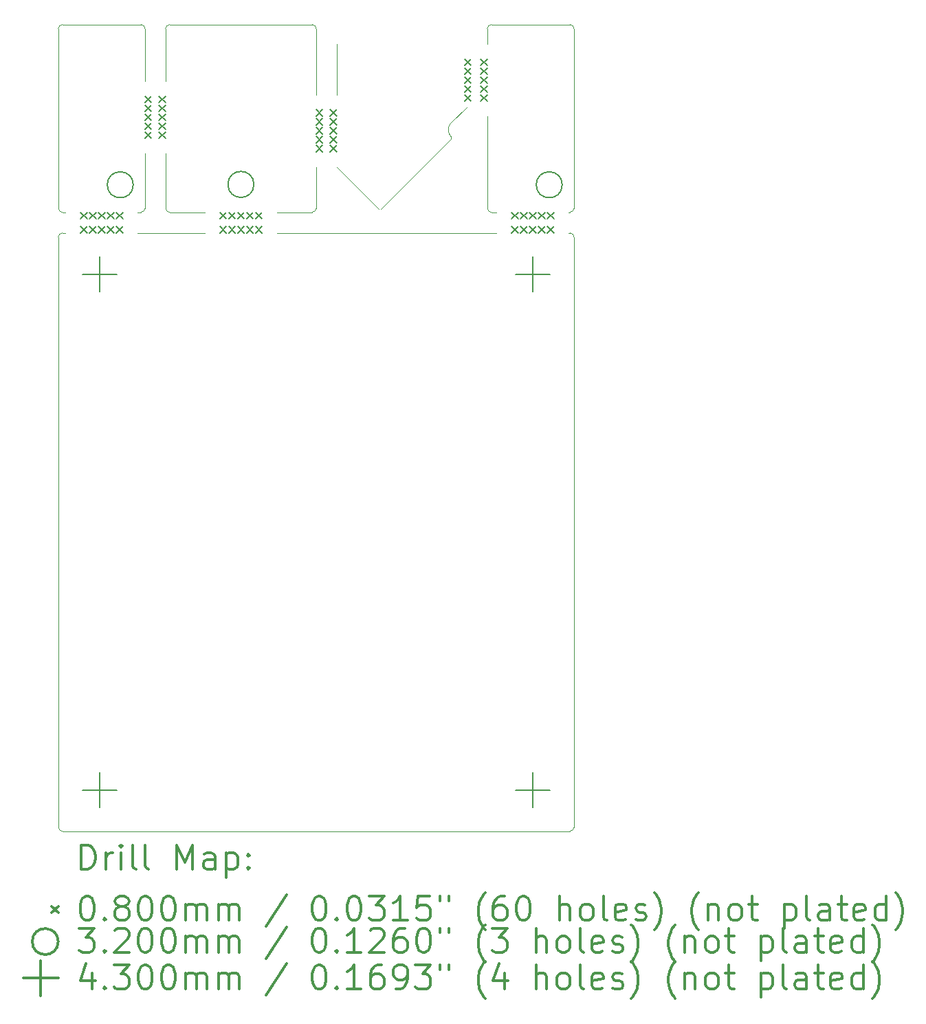
<source format=gbr>
%FSLAX45Y45*%
G04 Gerber Fmt 4.5, Leading zero omitted, Abs format (unit mm)*
G04 Created by KiCad (PCBNEW 5.1.12-84ad8e8a86~92~ubuntu16.04.1) date 2022-12-06 17:34:02*
%MOMM*%
%LPD*%
G01*
G04 APERTURE LIST*
%TA.AperFunction,Profile*%
%ADD10C,0.050000*%
%TD*%
%ADD11C,0.200000*%
%ADD12C,0.300000*%
G04 APERTURE END LIST*
D10*
X16776700Y-5930900D02*
G75*
G02*
X16776700Y-5956300I-12700J-12700D01*
G01*
X15913100Y-6819900D02*
G75*
G02*
X15887700Y-6819900I-12700J12700D01*
G01*
X16776700Y-5930900D02*
G75*
G02*
X16776700Y-5753100I88900J88900D01*
G01*
X16967200Y-5562600D02*
X16776700Y-5753100D01*
X15367000Y-6299200D02*
X15887700Y-6819900D01*
X15913100Y-6819900D02*
X16776700Y-5956300D01*
X11988800Y-14478000D02*
G75*
G02*
X11938000Y-14427200I0J50800D01*
G01*
X18288000Y-14427200D02*
G75*
G02*
X18237200Y-14478000I-50800J0D01*
G01*
X18237200Y-7112000D02*
G75*
G02*
X18288000Y-7162800I0J-50800D01*
G01*
X18288000Y-6807200D02*
G75*
G02*
X18237200Y-6858000I-50800J0D01*
G01*
X17272000Y-6858000D02*
G75*
G02*
X17221200Y-6807200I0J50800D01*
G01*
X18237200Y-4546600D02*
G75*
G02*
X18288000Y-4597400I0J-50800D01*
G01*
X17221200Y-4597400D02*
G75*
G02*
X17272000Y-4546600I50800J0D01*
G01*
X15113000Y-6807200D02*
G75*
G02*
X15062200Y-6858000I-50800J0D01*
G01*
X15062200Y-4546600D02*
G75*
G02*
X15113000Y-4597400I0J-50800D01*
G01*
X13258800Y-4597400D02*
G75*
G02*
X13309600Y-4546600I50800J0D01*
G01*
X13309600Y-6858000D02*
G75*
G02*
X13258800Y-6807200I0J50800D01*
G01*
X13004800Y-6807200D02*
G75*
G02*
X12954000Y-6858000I-50800J0D01*
G01*
X12954000Y-4546600D02*
G75*
G02*
X13004800Y-4597400I0J-50800D01*
G01*
X11938000Y-4597400D02*
G75*
G02*
X11988800Y-4546600I50800J0D01*
G01*
X11938000Y-7162800D02*
G75*
G02*
X11988800Y-7112000I50800J0D01*
G01*
X11988800Y-6858000D02*
G75*
G02*
X11938000Y-6807200I0J50800D01*
G01*
X18224500Y-7112000D02*
X18237200Y-7112000D01*
X17335500Y-6858000D02*
X17272000Y-6858000D01*
X18224500Y-6858000D02*
X18237200Y-6858000D01*
X17221200Y-5676900D02*
X17221200Y-6807200D01*
X18288000Y-4597400D02*
X18288000Y-6807200D01*
X17272000Y-4546600D02*
X18237200Y-4546600D01*
X17221200Y-4787900D02*
X17221200Y-4597400D01*
X12026900Y-7112000D02*
X11988800Y-7112000D01*
X11988800Y-6858000D02*
X12026900Y-6858000D01*
X15367000Y-4787900D02*
X15367000Y-5410200D01*
X15113000Y-4597400D02*
X15113000Y-5410200D01*
X13258800Y-5245100D02*
X13258800Y-4597400D01*
X14630400Y-6858000D02*
X15062200Y-6858000D01*
X13309600Y-6858000D02*
X13741400Y-6858000D01*
X13258800Y-6134100D02*
X13258800Y-6807200D01*
X12915900Y-7112000D02*
X13741400Y-7112000D01*
X13004800Y-6134100D02*
X13004800Y-6807200D01*
X13004800Y-4597400D02*
X13004800Y-5245100D01*
X12915900Y-6858000D02*
X12954000Y-6858000D01*
X14630400Y-7112000D02*
X17335500Y-7112000D01*
X11938000Y-6807200D02*
X11938000Y-4597400D01*
X15113000Y-6299200D02*
X15113000Y-6807200D01*
X13309600Y-4546600D02*
X15062200Y-4546600D01*
X11988800Y-4546600D02*
X12954000Y-4546600D01*
X11938000Y-14427200D02*
X11938000Y-7162800D01*
X18237200Y-14478000D02*
X11988800Y-14478000D01*
X18288000Y-7162800D02*
X18288000Y-14427200D01*
D11*
X12211400Y-6858000D02*
X12291400Y-6938000D01*
X12291400Y-6858000D02*
X12211400Y-6938000D01*
X12211400Y-7032000D02*
X12291400Y-7112000D01*
X12291400Y-7032000D02*
X12211400Y-7112000D01*
X12321400Y-6858000D02*
X12401400Y-6938000D01*
X12401400Y-6858000D02*
X12321400Y-6938000D01*
X12321400Y-7032000D02*
X12401400Y-7112000D01*
X12401400Y-7032000D02*
X12321400Y-7112000D01*
X12431400Y-6858000D02*
X12511400Y-6938000D01*
X12511400Y-6858000D02*
X12431400Y-6938000D01*
X12431400Y-7032000D02*
X12511400Y-7112000D01*
X12511400Y-7032000D02*
X12431400Y-7112000D01*
X12541400Y-6858000D02*
X12621400Y-6938000D01*
X12621400Y-6858000D02*
X12541400Y-6938000D01*
X12541400Y-7032000D02*
X12621400Y-7112000D01*
X12621400Y-7032000D02*
X12541400Y-7112000D01*
X12651400Y-6858000D02*
X12731400Y-6938000D01*
X12731400Y-6858000D02*
X12651400Y-6938000D01*
X12651400Y-7032000D02*
X12731400Y-7112000D01*
X12731400Y-7032000D02*
X12651400Y-7112000D01*
X13004800Y-5429600D02*
X13084800Y-5509600D01*
X13084800Y-5429600D02*
X13004800Y-5509600D01*
X13004800Y-5539600D02*
X13084800Y-5619600D01*
X13084800Y-5539600D02*
X13004800Y-5619600D01*
X13004800Y-5649600D02*
X13084800Y-5729600D01*
X13084800Y-5649600D02*
X13004800Y-5729600D01*
X13004800Y-5759600D02*
X13084800Y-5839600D01*
X13084800Y-5759600D02*
X13004800Y-5839600D01*
X13004800Y-5869600D02*
X13084800Y-5949600D01*
X13084800Y-5869600D02*
X13004800Y-5949600D01*
X13178800Y-5429600D02*
X13258800Y-5509600D01*
X13258800Y-5429600D02*
X13178800Y-5509600D01*
X13178800Y-5539600D02*
X13258800Y-5619600D01*
X13258800Y-5539600D02*
X13178800Y-5619600D01*
X13178800Y-5649600D02*
X13258800Y-5729600D01*
X13258800Y-5649600D02*
X13178800Y-5729600D01*
X13178800Y-5759600D02*
X13258800Y-5839600D01*
X13258800Y-5759600D02*
X13178800Y-5839600D01*
X13178800Y-5869600D02*
X13258800Y-5949600D01*
X13258800Y-5869600D02*
X13178800Y-5949600D01*
X13925900Y-6858000D02*
X14005900Y-6938000D01*
X14005900Y-6858000D02*
X13925900Y-6938000D01*
X13925900Y-7032000D02*
X14005900Y-7112000D01*
X14005900Y-7032000D02*
X13925900Y-7112000D01*
X14035900Y-6858000D02*
X14115900Y-6938000D01*
X14115900Y-6858000D02*
X14035900Y-6938000D01*
X14035900Y-7032000D02*
X14115900Y-7112000D01*
X14115900Y-7032000D02*
X14035900Y-7112000D01*
X14145900Y-6858000D02*
X14225900Y-6938000D01*
X14225900Y-6858000D02*
X14145900Y-6938000D01*
X14145900Y-7032000D02*
X14225900Y-7112000D01*
X14225900Y-7032000D02*
X14145900Y-7112000D01*
X14255900Y-6858000D02*
X14335900Y-6938000D01*
X14335900Y-6858000D02*
X14255900Y-6938000D01*
X14255900Y-7032000D02*
X14335900Y-7112000D01*
X14335900Y-7032000D02*
X14255900Y-7112000D01*
X14365900Y-6858000D02*
X14445900Y-6938000D01*
X14445900Y-6858000D02*
X14365900Y-6938000D01*
X14365900Y-7032000D02*
X14445900Y-7112000D01*
X14445900Y-7032000D02*
X14365900Y-7112000D01*
X15113000Y-5594700D02*
X15193000Y-5674700D01*
X15193000Y-5594700D02*
X15113000Y-5674700D01*
X15113000Y-5704700D02*
X15193000Y-5784700D01*
X15193000Y-5704700D02*
X15113000Y-5784700D01*
X15113000Y-5814700D02*
X15193000Y-5894700D01*
X15193000Y-5814700D02*
X15113000Y-5894700D01*
X15113000Y-5924700D02*
X15193000Y-6004700D01*
X15193000Y-5924700D02*
X15113000Y-6004700D01*
X15113000Y-6034700D02*
X15193000Y-6114700D01*
X15193000Y-6034700D02*
X15113000Y-6114700D01*
X15287000Y-5594700D02*
X15367000Y-5674700D01*
X15367000Y-5594700D02*
X15287000Y-5674700D01*
X15287000Y-5704700D02*
X15367000Y-5784700D01*
X15367000Y-5704700D02*
X15287000Y-5784700D01*
X15287000Y-5814700D02*
X15367000Y-5894700D01*
X15367000Y-5814700D02*
X15287000Y-5894700D01*
X15287000Y-5924700D02*
X15367000Y-6004700D01*
X15367000Y-5924700D02*
X15287000Y-6004700D01*
X15287000Y-6034700D02*
X15367000Y-6114700D01*
X15367000Y-6034700D02*
X15287000Y-6114700D01*
X16941800Y-4972400D02*
X17021800Y-5052400D01*
X17021800Y-4972400D02*
X16941800Y-5052400D01*
X16941800Y-5082400D02*
X17021800Y-5162400D01*
X17021800Y-5082400D02*
X16941800Y-5162400D01*
X16941800Y-5192400D02*
X17021800Y-5272400D01*
X17021800Y-5192400D02*
X16941800Y-5272400D01*
X16941800Y-5302400D02*
X17021800Y-5382400D01*
X17021800Y-5302400D02*
X16941800Y-5382400D01*
X16941800Y-5412400D02*
X17021800Y-5492400D01*
X17021800Y-5412400D02*
X16941800Y-5492400D01*
X17141200Y-4972400D02*
X17221200Y-5052400D01*
X17221200Y-4972400D02*
X17141200Y-5052400D01*
X17141200Y-5082400D02*
X17221200Y-5162400D01*
X17221200Y-5082400D02*
X17141200Y-5162400D01*
X17141200Y-5192400D02*
X17221200Y-5272400D01*
X17221200Y-5192400D02*
X17141200Y-5272400D01*
X17141200Y-5302400D02*
X17221200Y-5382400D01*
X17221200Y-5302400D02*
X17141200Y-5382400D01*
X17141200Y-5412400D02*
X17221200Y-5492400D01*
X17221200Y-5412400D02*
X17141200Y-5492400D01*
X17520000Y-6858000D02*
X17600000Y-6938000D01*
X17600000Y-6858000D02*
X17520000Y-6938000D01*
X17520000Y-7032000D02*
X17600000Y-7112000D01*
X17600000Y-7032000D02*
X17520000Y-7112000D01*
X17630000Y-6858000D02*
X17710000Y-6938000D01*
X17710000Y-6858000D02*
X17630000Y-6938000D01*
X17630000Y-7032000D02*
X17710000Y-7112000D01*
X17710000Y-7032000D02*
X17630000Y-7112000D01*
X17740000Y-6858000D02*
X17820000Y-6938000D01*
X17820000Y-6858000D02*
X17740000Y-6938000D01*
X17740000Y-7032000D02*
X17820000Y-7112000D01*
X17820000Y-7032000D02*
X17740000Y-7112000D01*
X17850000Y-6858000D02*
X17930000Y-6938000D01*
X17930000Y-6858000D02*
X17850000Y-6938000D01*
X17850000Y-7032000D02*
X17930000Y-7112000D01*
X17930000Y-7032000D02*
X17850000Y-7112000D01*
X17960000Y-6858000D02*
X18040000Y-6938000D01*
X18040000Y-6858000D02*
X17960000Y-6938000D01*
X17960000Y-7032000D02*
X18040000Y-7112000D01*
X18040000Y-7032000D02*
X17960000Y-7112000D01*
X12860000Y-6519600D02*
G75*
G03*
X12860000Y-6519600I-160000J0D01*
G01*
X14345900Y-6515100D02*
G75*
G03*
X14345900Y-6515100I-160000J0D01*
G01*
X18143200Y-6519600D02*
G75*
G03*
X18143200Y-6519600I-160000J0D01*
G01*
X12446000Y-7405000D02*
X12446000Y-7835000D01*
X12231000Y-7620000D02*
X12661000Y-7620000D01*
X12446000Y-13755000D02*
X12446000Y-14185000D01*
X12231000Y-13970000D02*
X12661000Y-13970000D01*
X17780000Y-7405000D02*
X17780000Y-7835000D01*
X17565000Y-7620000D02*
X17995000Y-7620000D01*
X17780000Y-13755000D02*
X17780000Y-14185000D01*
X17565000Y-13970000D02*
X17995000Y-13970000D01*
D12*
X12221928Y-14946214D02*
X12221928Y-14646214D01*
X12293357Y-14646214D01*
X12336214Y-14660500D01*
X12364786Y-14689071D01*
X12379071Y-14717643D01*
X12393357Y-14774786D01*
X12393357Y-14817643D01*
X12379071Y-14874786D01*
X12364786Y-14903357D01*
X12336214Y-14931929D01*
X12293357Y-14946214D01*
X12221928Y-14946214D01*
X12521928Y-14946214D02*
X12521928Y-14746214D01*
X12521928Y-14803357D02*
X12536214Y-14774786D01*
X12550500Y-14760500D01*
X12579071Y-14746214D01*
X12607643Y-14746214D01*
X12707643Y-14946214D02*
X12707643Y-14746214D01*
X12707643Y-14646214D02*
X12693357Y-14660500D01*
X12707643Y-14674786D01*
X12721928Y-14660500D01*
X12707643Y-14646214D01*
X12707643Y-14674786D01*
X12893357Y-14946214D02*
X12864786Y-14931929D01*
X12850500Y-14903357D01*
X12850500Y-14646214D01*
X13050500Y-14946214D02*
X13021928Y-14931929D01*
X13007643Y-14903357D01*
X13007643Y-14646214D01*
X13393357Y-14946214D02*
X13393357Y-14646214D01*
X13493357Y-14860500D01*
X13593357Y-14646214D01*
X13593357Y-14946214D01*
X13864786Y-14946214D02*
X13864786Y-14789071D01*
X13850500Y-14760500D01*
X13821928Y-14746214D01*
X13764786Y-14746214D01*
X13736214Y-14760500D01*
X13864786Y-14931929D02*
X13836214Y-14946214D01*
X13764786Y-14946214D01*
X13736214Y-14931929D01*
X13721928Y-14903357D01*
X13721928Y-14874786D01*
X13736214Y-14846214D01*
X13764786Y-14831929D01*
X13836214Y-14831929D01*
X13864786Y-14817643D01*
X14007643Y-14746214D02*
X14007643Y-15046214D01*
X14007643Y-14760500D02*
X14036214Y-14746214D01*
X14093357Y-14746214D01*
X14121928Y-14760500D01*
X14136214Y-14774786D01*
X14150500Y-14803357D01*
X14150500Y-14889071D01*
X14136214Y-14917643D01*
X14121928Y-14931929D01*
X14093357Y-14946214D01*
X14036214Y-14946214D01*
X14007643Y-14931929D01*
X14279071Y-14917643D02*
X14293357Y-14931929D01*
X14279071Y-14946214D01*
X14264786Y-14931929D01*
X14279071Y-14917643D01*
X14279071Y-14946214D01*
X14279071Y-14760500D02*
X14293357Y-14774786D01*
X14279071Y-14789071D01*
X14264786Y-14774786D01*
X14279071Y-14760500D01*
X14279071Y-14789071D01*
X11855500Y-15400500D02*
X11935500Y-15480500D01*
X11935500Y-15400500D02*
X11855500Y-15480500D01*
X12279071Y-15276214D02*
X12307643Y-15276214D01*
X12336214Y-15290500D01*
X12350500Y-15304786D01*
X12364786Y-15333357D01*
X12379071Y-15390500D01*
X12379071Y-15461929D01*
X12364786Y-15519071D01*
X12350500Y-15547643D01*
X12336214Y-15561929D01*
X12307643Y-15576214D01*
X12279071Y-15576214D01*
X12250500Y-15561929D01*
X12236214Y-15547643D01*
X12221928Y-15519071D01*
X12207643Y-15461929D01*
X12207643Y-15390500D01*
X12221928Y-15333357D01*
X12236214Y-15304786D01*
X12250500Y-15290500D01*
X12279071Y-15276214D01*
X12507643Y-15547643D02*
X12521928Y-15561929D01*
X12507643Y-15576214D01*
X12493357Y-15561929D01*
X12507643Y-15547643D01*
X12507643Y-15576214D01*
X12693357Y-15404786D02*
X12664786Y-15390500D01*
X12650500Y-15376214D01*
X12636214Y-15347643D01*
X12636214Y-15333357D01*
X12650500Y-15304786D01*
X12664786Y-15290500D01*
X12693357Y-15276214D01*
X12750500Y-15276214D01*
X12779071Y-15290500D01*
X12793357Y-15304786D01*
X12807643Y-15333357D01*
X12807643Y-15347643D01*
X12793357Y-15376214D01*
X12779071Y-15390500D01*
X12750500Y-15404786D01*
X12693357Y-15404786D01*
X12664786Y-15419071D01*
X12650500Y-15433357D01*
X12636214Y-15461929D01*
X12636214Y-15519071D01*
X12650500Y-15547643D01*
X12664786Y-15561929D01*
X12693357Y-15576214D01*
X12750500Y-15576214D01*
X12779071Y-15561929D01*
X12793357Y-15547643D01*
X12807643Y-15519071D01*
X12807643Y-15461929D01*
X12793357Y-15433357D01*
X12779071Y-15419071D01*
X12750500Y-15404786D01*
X12993357Y-15276214D02*
X13021928Y-15276214D01*
X13050500Y-15290500D01*
X13064786Y-15304786D01*
X13079071Y-15333357D01*
X13093357Y-15390500D01*
X13093357Y-15461929D01*
X13079071Y-15519071D01*
X13064786Y-15547643D01*
X13050500Y-15561929D01*
X13021928Y-15576214D01*
X12993357Y-15576214D01*
X12964786Y-15561929D01*
X12950500Y-15547643D01*
X12936214Y-15519071D01*
X12921928Y-15461929D01*
X12921928Y-15390500D01*
X12936214Y-15333357D01*
X12950500Y-15304786D01*
X12964786Y-15290500D01*
X12993357Y-15276214D01*
X13279071Y-15276214D02*
X13307643Y-15276214D01*
X13336214Y-15290500D01*
X13350500Y-15304786D01*
X13364786Y-15333357D01*
X13379071Y-15390500D01*
X13379071Y-15461929D01*
X13364786Y-15519071D01*
X13350500Y-15547643D01*
X13336214Y-15561929D01*
X13307643Y-15576214D01*
X13279071Y-15576214D01*
X13250500Y-15561929D01*
X13236214Y-15547643D01*
X13221928Y-15519071D01*
X13207643Y-15461929D01*
X13207643Y-15390500D01*
X13221928Y-15333357D01*
X13236214Y-15304786D01*
X13250500Y-15290500D01*
X13279071Y-15276214D01*
X13507643Y-15576214D02*
X13507643Y-15376214D01*
X13507643Y-15404786D02*
X13521928Y-15390500D01*
X13550500Y-15376214D01*
X13593357Y-15376214D01*
X13621928Y-15390500D01*
X13636214Y-15419071D01*
X13636214Y-15576214D01*
X13636214Y-15419071D02*
X13650500Y-15390500D01*
X13679071Y-15376214D01*
X13721928Y-15376214D01*
X13750500Y-15390500D01*
X13764786Y-15419071D01*
X13764786Y-15576214D01*
X13907643Y-15576214D02*
X13907643Y-15376214D01*
X13907643Y-15404786D02*
X13921928Y-15390500D01*
X13950500Y-15376214D01*
X13993357Y-15376214D01*
X14021928Y-15390500D01*
X14036214Y-15419071D01*
X14036214Y-15576214D01*
X14036214Y-15419071D02*
X14050500Y-15390500D01*
X14079071Y-15376214D01*
X14121928Y-15376214D01*
X14150500Y-15390500D01*
X14164786Y-15419071D01*
X14164786Y-15576214D01*
X14750500Y-15261929D02*
X14493357Y-15647643D01*
X15136214Y-15276214D02*
X15164786Y-15276214D01*
X15193357Y-15290500D01*
X15207643Y-15304786D01*
X15221928Y-15333357D01*
X15236214Y-15390500D01*
X15236214Y-15461929D01*
X15221928Y-15519071D01*
X15207643Y-15547643D01*
X15193357Y-15561929D01*
X15164786Y-15576214D01*
X15136214Y-15576214D01*
X15107643Y-15561929D01*
X15093357Y-15547643D01*
X15079071Y-15519071D01*
X15064786Y-15461929D01*
X15064786Y-15390500D01*
X15079071Y-15333357D01*
X15093357Y-15304786D01*
X15107643Y-15290500D01*
X15136214Y-15276214D01*
X15364786Y-15547643D02*
X15379071Y-15561929D01*
X15364786Y-15576214D01*
X15350500Y-15561929D01*
X15364786Y-15547643D01*
X15364786Y-15576214D01*
X15564786Y-15276214D02*
X15593357Y-15276214D01*
X15621928Y-15290500D01*
X15636214Y-15304786D01*
X15650500Y-15333357D01*
X15664786Y-15390500D01*
X15664786Y-15461929D01*
X15650500Y-15519071D01*
X15636214Y-15547643D01*
X15621928Y-15561929D01*
X15593357Y-15576214D01*
X15564786Y-15576214D01*
X15536214Y-15561929D01*
X15521928Y-15547643D01*
X15507643Y-15519071D01*
X15493357Y-15461929D01*
X15493357Y-15390500D01*
X15507643Y-15333357D01*
X15521928Y-15304786D01*
X15536214Y-15290500D01*
X15564786Y-15276214D01*
X15764786Y-15276214D02*
X15950500Y-15276214D01*
X15850500Y-15390500D01*
X15893357Y-15390500D01*
X15921928Y-15404786D01*
X15936214Y-15419071D01*
X15950500Y-15447643D01*
X15950500Y-15519071D01*
X15936214Y-15547643D01*
X15921928Y-15561929D01*
X15893357Y-15576214D01*
X15807643Y-15576214D01*
X15779071Y-15561929D01*
X15764786Y-15547643D01*
X16236214Y-15576214D02*
X16064786Y-15576214D01*
X16150500Y-15576214D02*
X16150500Y-15276214D01*
X16121928Y-15319071D01*
X16093357Y-15347643D01*
X16064786Y-15361929D01*
X16507643Y-15276214D02*
X16364786Y-15276214D01*
X16350500Y-15419071D01*
X16364786Y-15404786D01*
X16393357Y-15390500D01*
X16464786Y-15390500D01*
X16493357Y-15404786D01*
X16507643Y-15419071D01*
X16521928Y-15447643D01*
X16521928Y-15519071D01*
X16507643Y-15547643D01*
X16493357Y-15561929D01*
X16464786Y-15576214D01*
X16393357Y-15576214D01*
X16364786Y-15561929D01*
X16350500Y-15547643D01*
X16636214Y-15276214D02*
X16636214Y-15333357D01*
X16750500Y-15276214D02*
X16750500Y-15333357D01*
X17193357Y-15690500D02*
X17179071Y-15676214D01*
X17150500Y-15633357D01*
X17136214Y-15604786D01*
X17121928Y-15561929D01*
X17107643Y-15490500D01*
X17107643Y-15433357D01*
X17121928Y-15361929D01*
X17136214Y-15319071D01*
X17150500Y-15290500D01*
X17179071Y-15247643D01*
X17193357Y-15233357D01*
X17436214Y-15276214D02*
X17379071Y-15276214D01*
X17350500Y-15290500D01*
X17336214Y-15304786D01*
X17307643Y-15347643D01*
X17293357Y-15404786D01*
X17293357Y-15519071D01*
X17307643Y-15547643D01*
X17321928Y-15561929D01*
X17350500Y-15576214D01*
X17407643Y-15576214D01*
X17436214Y-15561929D01*
X17450500Y-15547643D01*
X17464786Y-15519071D01*
X17464786Y-15447643D01*
X17450500Y-15419071D01*
X17436214Y-15404786D01*
X17407643Y-15390500D01*
X17350500Y-15390500D01*
X17321928Y-15404786D01*
X17307643Y-15419071D01*
X17293357Y-15447643D01*
X17650500Y-15276214D02*
X17679071Y-15276214D01*
X17707643Y-15290500D01*
X17721928Y-15304786D01*
X17736214Y-15333357D01*
X17750500Y-15390500D01*
X17750500Y-15461929D01*
X17736214Y-15519071D01*
X17721928Y-15547643D01*
X17707643Y-15561929D01*
X17679071Y-15576214D01*
X17650500Y-15576214D01*
X17621928Y-15561929D01*
X17607643Y-15547643D01*
X17593357Y-15519071D01*
X17579071Y-15461929D01*
X17579071Y-15390500D01*
X17593357Y-15333357D01*
X17607643Y-15304786D01*
X17621928Y-15290500D01*
X17650500Y-15276214D01*
X18107643Y-15576214D02*
X18107643Y-15276214D01*
X18236214Y-15576214D02*
X18236214Y-15419071D01*
X18221928Y-15390500D01*
X18193357Y-15376214D01*
X18150500Y-15376214D01*
X18121928Y-15390500D01*
X18107643Y-15404786D01*
X18421928Y-15576214D02*
X18393357Y-15561929D01*
X18379071Y-15547643D01*
X18364786Y-15519071D01*
X18364786Y-15433357D01*
X18379071Y-15404786D01*
X18393357Y-15390500D01*
X18421928Y-15376214D01*
X18464786Y-15376214D01*
X18493357Y-15390500D01*
X18507643Y-15404786D01*
X18521928Y-15433357D01*
X18521928Y-15519071D01*
X18507643Y-15547643D01*
X18493357Y-15561929D01*
X18464786Y-15576214D01*
X18421928Y-15576214D01*
X18693357Y-15576214D02*
X18664786Y-15561929D01*
X18650500Y-15533357D01*
X18650500Y-15276214D01*
X18921928Y-15561929D02*
X18893357Y-15576214D01*
X18836214Y-15576214D01*
X18807643Y-15561929D01*
X18793357Y-15533357D01*
X18793357Y-15419071D01*
X18807643Y-15390500D01*
X18836214Y-15376214D01*
X18893357Y-15376214D01*
X18921928Y-15390500D01*
X18936214Y-15419071D01*
X18936214Y-15447643D01*
X18793357Y-15476214D01*
X19050500Y-15561929D02*
X19079071Y-15576214D01*
X19136214Y-15576214D01*
X19164786Y-15561929D01*
X19179071Y-15533357D01*
X19179071Y-15519071D01*
X19164786Y-15490500D01*
X19136214Y-15476214D01*
X19093357Y-15476214D01*
X19064786Y-15461929D01*
X19050500Y-15433357D01*
X19050500Y-15419071D01*
X19064786Y-15390500D01*
X19093357Y-15376214D01*
X19136214Y-15376214D01*
X19164786Y-15390500D01*
X19279071Y-15690500D02*
X19293357Y-15676214D01*
X19321928Y-15633357D01*
X19336214Y-15604786D01*
X19350500Y-15561929D01*
X19364786Y-15490500D01*
X19364786Y-15433357D01*
X19350500Y-15361929D01*
X19336214Y-15319071D01*
X19321928Y-15290500D01*
X19293357Y-15247643D01*
X19279071Y-15233357D01*
X19821928Y-15690500D02*
X19807643Y-15676214D01*
X19779071Y-15633357D01*
X19764786Y-15604786D01*
X19750500Y-15561929D01*
X19736214Y-15490500D01*
X19736214Y-15433357D01*
X19750500Y-15361929D01*
X19764786Y-15319071D01*
X19779071Y-15290500D01*
X19807643Y-15247643D01*
X19821928Y-15233357D01*
X19936214Y-15376214D02*
X19936214Y-15576214D01*
X19936214Y-15404786D02*
X19950500Y-15390500D01*
X19979071Y-15376214D01*
X20021928Y-15376214D01*
X20050500Y-15390500D01*
X20064786Y-15419071D01*
X20064786Y-15576214D01*
X20250500Y-15576214D02*
X20221928Y-15561929D01*
X20207643Y-15547643D01*
X20193357Y-15519071D01*
X20193357Y-15433357D01*
X20207643Y-15404786D01*
X20221928Y-15390500D01*
X20250500Y-15376214D01*
X20293357Y-15376214D01*
X20321928Y-15390500D01*
X20336214Y-15404786D01*
X20350500Y-15433357D01*
X20350500Y-15519071D01*
X20336214Y-15547643D01*
X20321928Y-15561929D01*
X20293357Y-15576214D01*
X20250500Y-15576214D01*
X20436214Y-15376214D02*
X20550500Y-15376214D01*
X20479071Y-15276214D02*
X20479071Y-15533357D01*
X20493357Y-15561929D01*
X20521928Y-15576214D01*
X20550500Y-15576214D01*
X20879071Y-15376214D02*
X20879071Y-15676214D01*
X20879071Y-15390500D02*
X20907643Y-15376214D01*
X20964786Y-15376214D01*
X20993357Y-15390500D01*
X21007643Y-15404786D01*
X21021928Y-15433357D01*
X21021928Y-15519071D01*
X21007643Y-15547643D01*
X20993357Y-15561929D01*
X20964786Y-15576214D01*
X20907643Y-15576214D01*
X20879071Y-15561929D01*
X21193357Y-15576214D02*
X21164786Y-15561929D01*
X21150500Y-15533357D01*
X21150500Y-15276214D01*
X21436214Y-15576214D02*
X21436214Y-15419071D01*
X21421928Y-15390500D01*
X21393357Y-15376214D01*
X21336214Y-15376214D01*
X21307643Y-15390500D01*
X21436214Y-15561929D02*
X21407643Y-15576214D01*
X21336214Y-15576214D01*
X21307643Y-15561929D01*
X21293357Y-15533357D01*
X21293357Y-15504786D01*
X21307643Y-15476214D01*
X21336214Y-15461929D01*
X21407643Y-15461929D01*
X21436214Y-15447643D01*
X21536214Y-15376214D02*
X21650500Y-15376214D01*
X21579071Y-15276214D02*
X21579071Y-15533357D01*
X21593357Y-15561929D01*
X21621928Y-15576214D01*
X21650500Y-15576214D01*
X21864786Y-15561929D02*
X21836214Y-15576214D01*
X21779071Y-15576214D01*
X21750500Y-15561929D01*
X21736214Y-15533357D01*
X21736214Y-15419071D01*
X21750500Y-15390500D01*
X21779071Y-15376214D01*
X21836214Y-15376214D01*
X21864786Y-15390500D01*
X21879071Y-15419071D01*
X21879071Y-15447643D01*
X21736214Y-15476214D01*
X22136214Y-15576214D02*
X22136214Y-15276214D01*
X22136214Y-15561929D02*
X22107643Y-15576214D01*
X22050500Y-15576214D01*
X22021928Y-15561929D01*
X22007643Y-15547643D01*
X21993357Y-15519071D01*
X21993357Y-15433357D01*
X22007643Y-15404786D01*
X22021928Y-15390500D01*
X22050500Y-15376214D01*
X22107643Y-15376214D01*
X22136214Y-15390500D01*
X22250500Y-15690500D02*
X22264786Y-15676214D01*
X22293357Y-15633357D01*
X22307643Y-15604786D01*
X22321928Y-15561929D01*
X22336214Y-15490500D01*
X22336214Y-15433357D01*
X22321928Y-15361929D01*
X22307643Y-15319071D01*
X22293357Y-15290500D01*
X22264786Y-15247643D01*
X22250500Y-15233357D01*
X11935500Y-15836500D02*
G75*
G03*
X11935500Y-15836500I-160000J0D01*
G01*
X12193357Y-15672214D02*
X12379071Y-15672214D01*
X12279071Y-15786500D01*
X12321928Y-15786500D01*
X12350500Y-15800786D01*
X12364786Y-15815071D01*
X12379071Y-15843643D01*
X12379071Y-15915071D01*
X12364786Y-15943643D01*
X12350500Y-15957929D01*
X12321928Y-15972214D01*
X12236214Y-15972214D01*
X12207643Y-15957929D01*
X12193357Y-15943643D01*
X12507643Y-15943643D02*
X12521928Y-15957929D01*
X12507643Y-15972214D01*
X12493357Y-15957929D01*
X12507643Y-15943643D01*
X12507643Y-15972214D01*
X12636214Y-15700786D02*
X12650500Y-15686500D01*
X12679071Y-15672214D01*
X12750500Y-15672214D01*
X12779071Y-15686500D01*
X12793357Y-15700786D01*
X12807643Y-15729357D01*
X12807643Y-15757929D01*
X12793357Y-15800786D01*
X12621928Y-15972214D01*
X12807643Y-15972214D01*
X12993357Y-15672214D02*
X13021928Y-15672214D01*
X13050500Y-15686500D01*
X13064786Y-15700786D01*
X13079071Y-15729357D01*
X13093357Y-15786500D01*
X13093357Y-15857929D01*
X13079071Y-15915071D01*
X13064786Y-15943643D01*
X13050500Y-15957929D01*
X13021928Y-15972214D01*
X12993357Y-15972214D01*
X12964786Y-15957929D01*
X12950500Y-15943643D01*
X12936214Y-15915071D01*
X12921928Y-15857929D01*
X12921928Y-15786500D01*
X12936214Y-15729357D01*
X12950500Y-15700786D01*
X12964786Y-15686500D01*
X12993357Y-15672214D01*
X13279071Y-15672214D02*
X13307643Y-15672214D01*
X13336214Y-15686500D01*
X13350500Y-15700786D01*
X13364786Y-15729357D01*
X13379071Y-15786500D01*
X13379071Y-15857929D01*
X13364786Y-15915071D01*
X13350500Y-15943643D01*
X13336214Y-15957929D01*
X13307643Y-15972214D01*
X13279071Y-15972214D01*
X13250500Y-15957929D01*
X13236214Y-15943643D01*
X13221928Y-15915071D01*
X13207643Y-15857929D01*
X13207643Y-15786500D01*
X13221928Y-15729357D01*
X13236214Y-15700786D01*
X13250500Y-15686500D01*
X13279071Y-15672214D01*
X13507643Y-15972214D02*
X13507643Y-15772214D01*
X13507643Y-15800786D02*
X13521928Y-15786500D01*
X13550500Y-15772214D01*
X13593357Y-15772214D01*
X13621928Y-15786500D01*
X13636214Y-15815071D01*
X13636214Y-15972214D01*
X13636214Y-15815071D02*
X13650500Y-15786500D01*
X13679071Y-15772214D01*
X13721928Y-15772214D01*
X13750500Y-15786500D01*
X13764786Y-15815071D01*
X13764786Y-15972214D01*
X13907643Y-15972214D02*
X13907643Y-15772214D01*
X13907643Y-15800786D02*
X13921928Y-15786500D01*
X13950500Y-15772214D01*
X13993357Y-15772214D01*
X14021928Y-15786500D01*
X14036214Y-15815071D01*
X14036214Y-15972214D01*
X14036214Y-15815071D02*
X14050500Y-15786500D01*
X14079071Y-15772214D01*
X14121928Y-15772214D01*
X14150500Y-15786500D01*
X14164786Y-15815071D01*
X14164786Y-15972214D01*
X14750500Y-15657929D02*
X14493357Y-16043643D01*
X15136214Y-15672214D02*
X15164786Y-15672214D01*
X15193357Y-15686500D01*
X15207643Y-15700786D01*
X15221928Y-15729357D01*
X15236214Y-15786500D01*
X15236214Y-15857929D01*
X15221928Y-15915071D01*
X15207643Y-15943643D01*
X15193357Y-15957929D01*
X15164786Y-15972214D01*
X15136214Y-15972214D01*
X15107643Y-15957929D01*
X15093357Y-15943643D01*
X15079071Y-15915071D01*
X15064786Y-15857929D01*
X15064786Y-15786500D01*
X15079071Y-15729357D01*
X15093357Y-15700786D01*
X15107643Y-15686500D01*
X15136214Y-15672214D01*
X15364786Y-15943643D02*
X15379071Y-15957929D01*
X15364786Y-15972214D01*
X15350500Y-15957929D01*
X15364786Y-15943643D01*
X15364786Y-15972214D01*
X15664786Y-15972214D02*
X15493357Y-15972214D01*
X15579071Y-15972214D02*
X15579071Y-15672214D01*
X15550500Y-15715071D01*
X15521928Y-15743643D01*
X15493357Y-15757929D01*
X15779071Y-15700786D02*
X15793357Y-15686500D01*
X15821928Y-15672214D01*
X15893357Y-15672214D01*
X15921928Y-15686500D01*
X15936214Y-15700786D01*
X15950500Y-15729357D01*
X15950500Y-15757929D01*
X15936214Y-15800786D01*
X15764786Y-15972214D01*
X15950500Y-15972214D01*
X16207643Y-15672214D02*
X16150500Y-15672214D01*
X16121928Y-15686500D01*
X16107643Y-15700786D01*
X16079071Y-15743643D01*
X16064786Y-15800786D01*
X16064786Y-15915071D01*
X16079071Y-15943643D01*
X16093357Y-15957929D01*
X16121928Y-15972214D01*
X16179071Y-15972214D01*
X16207643Y-15957929D01*
X16221928Y-15943643D01*
X16236214Y-15915071D01*
X16236214Y-15843643D01*
X16221928Y-15815071D01*
X16207643Y-15800786D01*
X16179071Y-15786500D01*
X16121928Y-15786500D01*
X16093357Y-15800786D01*
X16079071Y-15815071D01*
X16064786Y-15843643D01*
X16421928Y-15672214D02*
X16450500Y-15672214D01*
X16479071Y-15686500D01*
X16493357Y-15700786D01*
X16507643Y-15729357D01*
X16521928Y-15786500D01*
X16521928Y-15857929D01*
X16507643Y-15915071D01*
X16493357Y-15943643D01*
X16479071Y-15957929D01*
X16450500Y-15972214D01*
X16421928Y-15972214D01*
X16393357Y-15957929D01*
X16379071Y-15943643D01*
X16364786Y-15915071D01*
X16350500Y-15857929D01*
X16350500Y-15786500D01*
X16364786Y-15729357D01*
X16379071Y-15700786D01*
X16393357Y-15686500D01*
X16421928Y-15672214D01*
X16636214Y-15672214D02*
X16636214Y-15729357D01*
X16750500Y-15672214D02*
X16750500Y-15729357D01*
X17193357Y-16086500D02*
X17179071Y-16072214D01*
X17150500Y-16029357D01*
X17136214Y-16000786D01*
X17121928Y-15957929D01*
X17107643Y-15886500D01*
X17107643Y-15829357D01*
X17121928Y-15757929D01*
X17136214Y-15715071D01*
X17150500Y-15686500D01*
X17179071Y-15643643D01*
X17193357Y-15629357D01*
X17279071Y-15672214D02*
X17464786Y-15672214D01*
X17364786Y-15786500D01*
X17407643Y-15786500D01*
X17436214Y-15800786D01*
X17450500Y-15815071D01*
X17464786Y-15843643D01*
X17464786Y-15915071D01*
X17450500Y-15943643D01*
X17436214Y-15957929D01*
X17407643Y-15972214D01*
X17321928Y-15972214D01*
X17293357Y-15957929D01*
X17279071Y-15943643D01*
X17821928Y-15972214D02*
X17821928Y-15672214D01*
X17950500Y-15972214D02*
X17950500Y-15815071D01*
X17936214Y-15786500D01*
X17907643Y-15772214D01*
X17864786Y-15772214D01*
X17836214Y-15786500D01*
X17821928Y-15800786D01*
X18136214Y-15972214D02*
X18107643Y-15957929D01*
X18093357Y-15943643D01*
X18079071Y-15915071D01*
X18079071Y-15829357D01*
X18093357Y-15800786D01*
X18107643Y-15786500D01*
X18136214Y-15772214D01*
X18179071Y-15772214D01*
X18207643Y-15786500D01*
X18221928Y-15800786D01*
X18236214Y-15829357D01*
X18236214Y-15915071D01*
X18221928Y-15943643D01*
X18207643Y-15957929D01*
X18179071Y-15972214D01*
X18136214Y-15972214D01*
X18407643Y-15972214D02*
X18379071Y-15957929D01*
X18364786Y-15929357D01*
X18364786Y-15672214D01*
X18636214Y-15957929D02*
X18607643Y-15972214D01*
X18550500Y-15972214D01*
X18521928Y-15957929D01*
X18507643Y-15929357D01*
X18507643Y-15815071D01*
X18521928Y-15786500D01*
X18550500Y-15772214D01*
X18607643Y-15772214D01*
X18636214Y-15786500D01*
X18650500Y-15815071D01*
X18650500Y-15843643D01*
X18507643Y-15872214D01*
X18764786Y-15957929D02*
X18793357Y-15972214D01*
X18850500Y-15972214D01*
X18879071Y-15957929D01*
X18893357Y-15929357D01*
X18893357Y-15915071D01*
X18879071Y-15886500D01*
X18850500Y-15872214D01*
X18807643Y-15872214D01*
X18779071Y-15857929D01*
X18764786Y-15829357D01*
X18764786Y-15815071D01*
X18779071Y-15786500D01*
X18807643Y-15772214D01*
X18850500Y-15772214D01*
X18879071Y-15786500D01*
X18993357Y-16086500D02*
X19007643Y-16072214D01*
X19036214Y-16029357D01*
X19050500Y-16000786D01*
X19064786Y-15957929D01*
X19079071Y-15886500D01*
X19079071Y-15829357D01*
X19064786Y-15757929D01*
X19050500Y-15715071D01*
X19036214Y-15686500D01*
X19007643Y-15643643D01*
X18993357Y-15629357D01*
X19536214Y-16086500D02*
X19521928Y-16072214D01*
X19493357Y-16029357D01*
X19479071Y-16000786D01*
X19464786Y-15957929D01*
X19450500Y-15886500D01*
X19450500Y-15829357D01*
X19464786Y-15757929D01*
X19479071Y-15715071D01*
X19493357Y-15686500D01*
X19521928Y-15643643D01*
X19536214Y-15629357D01*
X19650500Y-15772214D02*
X19650500Y-15972214D01*
X19650500Y-15800786D02*
X19664786Y-15786500D01*
X19693357Y-15772214D01*
X19736214Y-15772214D01*
X19764786Y-15786500D01*
X19779071Y-15815071D01*
X19779071Y-15972214D01*
X19964786Y-15972214D02*
X19936214Y-15957929D01*
X19921928Y-15943643D01*
X19907643Y-15915071D01*
X19907643Y-15829357D01*
X19921928Y-15800786D01*
X19936214Y-15786500D01*
X19964786Y-15772214D01*
X20007643Y-15772214D01*
X20036214Y-15786500D01*
X20050500Y-15800786D01*
X20064786Y-15829357D01*
X20064786Y-15915071D01*
X20050500Y-15943643D01*
X20036214Y-15957929D01*
X20007643Y-15972214D01*
X19964786Y-15972214D01*
X20150500Y-15772214D02*
X20264786Y-15772214D01*
X20193357Y-15672214D02*
X20193357Y-15929357D01*
X20207643Y-15957929D01*
X20236214Y-15972214D01*
X20264786Y-15972214D01*
X20593357Y-15772214D02*
X20593357Y-16072214D01*
X20593357Y-15786500D02*
X20621928Y-15772214D01*
X20679071Y-15772214D01*
X20707643Y-15786500D01*
X20721928Y-15800786D01*
X20736214Y-15829357D01*
X20736214Y-15915071D01*
X20721928Y-15943643D01*
X20707643Y-15957929D01*
X20679071Y-15972214D01*
X20621928Y-15972214D01*
X20593357Y-15957929D01*
X20907643Y-15972214D02*
X20879071Y-15957929D01*
X20864786Y-15929357D01*
X20864786Y-15672214D01*
X21150500Y-15972214D02*
X21150500Y-15815071D01*
X21136214Y-15786500D01*
X21107643Y-15772214D01*
X21050500Y-15772214D01*
X21021928Y-15786500D01*
X21150500Y-15957929D02*
X21121928Y-15972214D01*
X21050500Y-15972214D01*
X21021928Y-15957929D01*
X21007643Y-15929357D01*
X21007643Y-15900786D01*
X21021928Y-15872214D01*
X21050500Y-15857929D01*
X21121928Y-15857929D01*
X21150500Y-15843643D01*
X21250500Y-15772214D02*
X21364786Y-15772214D01*
X21293357Y-15672214D02*
X21293357Y-15929357D01*
X21307643Y-15957929D01*
X21336214Y-15972214D01*
X21364786Y-15972214D01*
X21579071Y-15957929D02*
X21550500Y-15972214D01*
X21493357Y-15972214D01*
X21464786Y-15957929D01*
X21450500Y-15929357D01*
X21450500Y-15815071D01*
X21464786Y-15786500D01*
X21493357Y-15772214D01*
X21550500Y-15772214D01*
X21579071Y-15786500D01*
X21593357Y-15815071D01*
X21593357Y-15843643D01*
X21450500Y-15872214D01*
X21850500Y-15972214D02*
X21850500Y-15672214D01*
X21850500Y-15957929D02*
X21821928Y-15972214D01*
X21764786Y-15972214D01*
X21736214Y-15957929D01*
X21721928Y-15943643D01*
X21707643Y-15915071D01*
X21707643Y-15829357D01*
X21721928Y-15800786D01*
X21736214Y-15786500D01*
X21764786Y-15772214D01*
X21821928Y-15772214D01*
X21850500Y-15786500D01*
X21964786Y-16086500D02*
X21979071Y-16072214D01*
X22007643Y-16029357D01*
X22021928Y-16000786D01*
X22036214Y-15957929D01*
X22050500Y-15886500D01*
X22050500Y-15829357D01*
X22036214Y-15757929D01*
X22021928Y-15715071D01*
X22007643Y-15686500D01*
X21979071Y-15643643D01*
X21964786Y-15629357D01*
X11720500Y-16071500D02*
X11720500Y-16501500D01*
X11505500Y-16286500D02*
X11935500Y-16286500D01*
X12350500Y-16222214D02*
X12350500Y-16422214D01*
X12279071Y-16107929D02*
X12207643Y-16322214D01*
X12393357Y-16322214D01*
X12507643Y-16393643D02*
X12521928Y-16407929D01*
X12507643Y-16422214D01*
X12493357Y-16407929D01*
X12507643Y-16393643D01*
X12507643Y-16422214D01*
X12621928Y-16122214D02*
X12807643Y-16122214D01*
X12707643Y-16236500D01*
X12750500Y-16236500D01*
X12779071Y-16250786D01*
X12793357Y-16265071D01*
X12807643Y-16293643D01*
X12807643Y-16365071D01*
X12793357Y-16393643D01*
X12779071Y-16407929D01*
X12750500Y-16422214D01*
X12664786Y-16422214D01*
X12636214Y-16407929D01*
X12621928Y-16393643D01*
X12993357Y-16122214D02*
X13021928Y-16122214D01*
X13050500Y-16136500D01*
X13064786Y-16150786D01*
X13079071Y-16179357D01*
X13093357Y-16236500D01*
X13093357Y-16307929D01*
X13079071Y-16365071D01*
X13064786Y-16393643D01*
X13050500Y-16407929D01*
X13021928Y-16422214D01*
X12993357Y-16422214D01*
X12964786Y-16407929D01*
X12950500Y-16393643D01*
X12936214Y-16365071D01*
X12921928Y-16307929D01*
X12921928Y-16236500D01*
X12936214Y-16179357D01*
X12950500Y-16150786D01*
X12964786Y-16136500D01*
X12993357Y-16122214D01*
X13279071Y-16122214D02*
X13307643Y-16122214D01*
X13336214Y-16136500D01*
X13350500Y-16150786D01*
X13364786Y-16179357D01*
X13379071Y-16236500D01*
X13379071Y-16307929D01*
X13364786Y-16365071D01*
X13350500Y-16393643D01*
X13336214Y-16407929D01*
X13307643Y-16422214D01*
X13279071Y-16422214D01*
X13250500Y-16407929D01*
X13236214Y-16393643D01*
X13221928Y-16365071D01*
X13207643Y-16307929D01*
X13207643Y-16236500D01*
X13221928Y-16179357D01*
X13236214Y-16150786D01*
X13250500Y-16136500D01*
X13279071Y-16122214D01*
X13507643Y-16422214D02*
X13507643Y-16222214D01*
X13507643Y-16250786D02*
X13521928Y-16236500D01*
X13550500Y-16222214D01*
X13593357Y-16222214D01*
X13621928Y-16236500D01*
X13636214Y-16265071D01*
X13636214Y-16422214D01*
X13636214Y-16265071D02*
X13650500Y-16236500D01*
X13679071Y-16222214D01*
X13721928Y-16222214D01*
X13750500Y-16236500D01*
X13764786Y-16265071D01*
X13764786Y-16422214D01*
X13907643Y-16422214D02*
X13907643Y-16222214D01*
X13907643Y-16250786D02*
X13921928Y-16236500D01*
X13950500Y-16222214D01*
X13993357Y-16222214D01*
X14021928Y-16236500D01*
X14036214Y-16265071D01*
X14036214Y-16422214D01*
X14036214Y-16265071D02*
X14050500Y-16236500D01*
X14079071Y-16222214D01*
X14121928Y-16222214D01*
X14150500Y-16236500D01*
X14164786Y-16265071D01*
X14164786Y-16422214D01*
X14750500Y-16107929D02*
X14493357Y-16493643D01*
X15136214Y-16122214D02*
X15164786Y-16122214D01*
X15193357Y-16136500D01*
X15207643Y-16150786D01*
X15221928Y-16179357D01*
X15236214Y-16236500D01*
X15236214Y-16307929D01*
X15221928Y-16365071D01*
X15207643Y-16393643D01*
X15193357Y-16407929D01*
X15164786Y-16422214D01*
X15136214Y-16422214D01*
X15107643Y-16407929D01*
X15093357Y-16393643D01*
X15079071Y-16365071D01*
X15064786Y-16307929D01*
X15064786Y-16236500D01*
X15079071Y-16179357D01*
X15093357Y-16150786D01*
X15107643Y-16136500D01*
X15136214Y-16122214D01*
X15364786Y-16393643D02*
X15379071Y-16407929D01*
X15364786Y-16422214D01*
X15350500Y-16407929D01*
X15364786Y-16393643D01*
X15364786Y-16422214D01*
X15664786Y-16422214D02*
X15493357Y-16422214D01*
X15579071Y-16422214D02*
X15579071Y-16122214D01*
X15550500Y-16165071D01*
X15521928Y-16193643D01*
X15493357Y-16207929D01*
X15921928Y-16122214D02*
X15864786Y-16122214D01*
X15836214Y-16136500D01*
X15821928Y-16150786D01*
X15793357Y-16193643D01*
X15779071Y-16250786D01*
X15779071Y-16365071D01*
X15793357Y-16393643D01*
X15807643Y-16407929D01*
X15836214Y-16422214D01*
X15893357Y-16422214D01*
X15921928Y-16407929D01*
X15936214Y-16393643D01*
X15950500Y-16365071D01*
X15950500Y-16293643D01*
X15936214Y-16265071D01*
X15921928Y-16250786D01*
X15893357Y-16236500D01*
X15836214Y-16236500D01*
X15807643Y-16250786D01*
X15793357Y-16265071D01*
X15779071Y-16293643D01*
X16093357Y-16422214D02*
X16150500Y-16422214D01*
X16179071Y-16407929D01*
X16193357Y-16393643D01*
X16221928Y-16350786D01*
X16236214Y-16293643D01*
X16236214Y-16179357D01*
X16221928Y-16150786D01*
X16207643Y-16136500D01*
X16179071Y-16122214D01*
X16121928Y-16122214D01*
X16093357Y-16136500D01*
X16079071Y-16150786D01*
X16064786Y-16179357D01*
X16064786Y-16250786D01*
X16079071Y-16279357D01*
X16093357Y-16293643D01*
X16121928Y-16307929D01*
X16179071Y-16307929D01*
X16207643Y-16293643D01*
X16221928Y-16279357D01*
X16236214Y-16250786D01*
X16336214Y-16122214D02*
X16521928Y-16122214D01*
X16421928Y-16236500D01*
X16464786Y-16236500D01*
X16493357Y-16250786D01*
X16507643Y-16265071D01*
X16521928Y-16293643D01*
X16521928Y-16365071D01*
X16507643Y-16393643D01*
X16493357Y-16407929D01*
X16464786Y-16422214D01*
X16379071Y-16422214D01*
X16350500Y-16407929D01*
X16336214Y-16393643D01*
X16636214Y-16122214D02*
X16636214Y-16179357D01*
X16750500Y-16122214D02*
X16750500Y-16179357D01*
X17193357Y-16536500D02*
X17179071Y-16522214D01*
X17150500Y-16479357D01*
X17136214Y-16450786D01*
X17121928Y-16407929D01*
X17107643Y-16336500D01*
X17107643Y-16279357D01*
X17121928Y-16207929D01*
X17136214Y-16165071D01*
X17150500Y-16136500D01*
X17179071Y-16093643D01*
X17193357Y-16079357D01*
X17436214Y-16222214D02*
X17436214Y-16422214D01*
X17364786Y-16107929D02*
X17293357Y-16322214D01*
X17479071Y-16322214D01*
X17821928Y-16422214D02*
X17821928Y-16122214D01*
X17950500Y-16422214D02*
X17950500Y-16265071D01*
X17936214Y-16236500D01*
X17907643Y-16222214D01*
X17864786Y-16222214D01*
X17836214Y-16236500D01*
X17821928Y-16250786D01*
X18136214Y-16422214D02*
X18107643Y-16407929D01*
X18093357Y-16393643D01*
X18079071Y-16365071D01*
X18079071Y-16279357D01*
X18093357Y-16250786D01*
X18107643Y-16236500D01*
X18136214Y-16222214D01*
X18179071Y-16222214D01*
X18207643Y-16236500D01*
X18221928Y-16250786D01*
X18236214Y-16279357D01*
X18236214Y-16365071D01*
X18221928Y-16393643D01*
X18207643Y-16407929D01*
X18179071Y-16422214D01*
X18136214Y-16422214D01*
X18407643Y-16422214D02*
X18379071Y-16407929D01*
X18364786Y-16379357D01*
X18364786Y-16122214D01*
X18636214Y-16407929D02*
X18607643Y-16422214D01*
X18550500Y-16422214D01*
X18521928Y-16407929D01*
X18507643Y-16379357D01*
X18507643Y-16265071D01*
X18521928Y-16236500D01*
X18550500Y-16222214D01*
X18607643Y-16222214D01*
X18636214Y-16236500D01*
X18650500Y-16265071D01*
X18650500Y-16293643D01*
X18507643Y-16322214D01*
X18764786Y-16407929D02*
X18793357Y-16422214D01*
X18850500Y-16422214D01*
X18879071Y-16407929D01*
X18893357Y-16379357D01*
X18893357Y-16365071D01*
X18879071Y-16336500D01*
X18850500Y-16322214D01*
X18807643Y-16322214D01*
X18779071Y-16307929D01*
X18764786Y-16279357D01*
X18764786Y-16265071D01*
X18779071Y-16236500D01*
X18807643Y-16222214D01*
X18850500Y-16222214D01*
X18879071Y-16236500D01*
X18993357Y-16536500D02*
X19007643Y-16522214D01*
X19036214Y-16479357D01*
X19050500Y-16450786D01*
X19064786Y-16407929D01*
X19079071Y-16336500D01*
X19079071Y-16279357D01*
X19064786Y-16207929D01*
X19050500Y-16165071D01*
X19036214Y-16136500D01*
X19007643Y-16093643D01*
X18993357Y-16079357D01*
X19536214Y-16536500D02*
X19521928Y-16522214D01*
X19493357Y-16479357D01*
X19479071Y-16450786D01*
X19464786Y-16407929D01*
X19450500Y-16336500D01*
X19450500Y-16279357D01*
X19464786Y-16207929D01*
X19479071Y-16165071D01*
X19493357Y-16136500D01*
X19521928Y-16093643D01*
X19536214Y-16079357D01*
X19650500Y-16222214D02*
X19650500Y-16422214D01*
X19650500Y-16250786D02*
X19664786Y-16236500D01*
X19693357Y-16222214D01*
X19736214Y-16222214D01*
X19764786Y-16236500D01*
X19779071Y-16265071D01*
X19779071Y-16422214D01*
X19964786Y-16422214D02*
X19936214Y-16407929D01*
X19921928Y-16393643D01*
X19907643Y-16365071D01*
X19907643Y-16279357D01*
X19921928Y-16250786D01*
X19936214Y-16236500D01*
X19964786Y-16222214D01*
X20007643Y-16222214D01*
X20036214Y-16236500D01*
X20050500Y-16250786D01*
X20064786Y-16279357D01*
X20064786Y-16365071D01*
X20050500Y-16393643D01*
X20036214Y-16407929D01*
X20007643Y-16422214D01*
X19964786Y-16422214D01*
X20150500Y-16222214D02*
X20264786Y-16222214D01*
X20193357Y-16122214D02*
X20193357Y-16379357D01*
X20207643Y-16407929D01*
X20236214Y-16422214D01*
X20264786Y-16422214D01*
X20593357Y-16222214D02*
X20593357Y-16522214D01*
X20593357Y-16236500D02*
X20621928Y-16222214D01*
X20679071Y-16222214D01*
X20707643Y-16236500D01*
X20721928Y-16250786D01*
X20736214Y-16279357D01*
X20736214Y-16365071D01*
X20721928Y-16393643D01*
X20707643Y-16407929D01*
X20679071Y-16422214D01*
X20621928Y-16422214D01*
X20593357Y-16407929D01*
X20907643Y-16422214D02*
X20879071Y-16407929D01*
X20864786Y-16379357D01*
X20864786Y-16122214D01*
X21150500Y-16422214D02*
X21150500Y-16265071D01*
X21136214Y-16236500D01*
X21107643Y-16222214D01*
X21050500Y-16222214D01*
X21021928Y-16236500D01*
X21150500Y-16407929D02*
X21121928Y-16422214D01*
X21050500Y-16422214D01*
X21021928Y-16407929D01*
X21007643Y-16379357D01*
X21007643Y-16350786D01*
X21021928Y-16322214D01*
X21050500Y-16307929D01*
X21121928Y-16307929D01*
X21150500Y-16293643D01*
X21250500Y-16222214D02*
X21364786Y-16222214D01*
X21293357Y-16122214D02*
X21293357Y-16379357D01*
X21307643Y-16407929D01*
X21336214Y-16422214D01*
X21364786Y-16422214D01*
X21579071Y-16407929D02*
X21550500Y-16422214D01*
X21493357Y-16422214D01*
X21464786Y-16407929D01*
X21450500Y-16379357D01*
X21450500Y-16265071D01*
X21464786Y-16236500D01*
X21493357Y-16222214D01*
X21550500Y-16222214D01*
X21579071Y-16236500D01*
X21593357Y-16265071D01*
X21593357Y-16293643D01*
X21450500Y-16322214D01*
X21850500Y-16422214D02*
X21850500Y-16122214D01*
X21850500Y-16407929D02*
X21821928Y-16422214D01*
X21764786Y-16422214D01*
X21736214Y-16407929D01*
X21721928Y-16393643D01*
X21707643Y-16365071D01*
X21707643Y-16279357D01*
X21721928Y-16250786D01*
X21736214Y-16236500D01*
X21764786Y-16222214D01*
X21821928Y-16222214D01*
X21850500Y-16236500D01*
X21964786Y-16536500D02*
X21979071Y-16522214D01*
X22007643Y-16479357D01*
X22021928Y-16450786D01*
X22036214Y-16407929D01*
X22050500Y-16336500D01*
X22050500Y-16279357D01*
X22036214Y-16207929D01*
X22021928Y-16165071D01*
X22007643Y-16136500D01*
X21979071Y-16093643D01*
X21964786Y-16079357D01*
M02*

</source>
